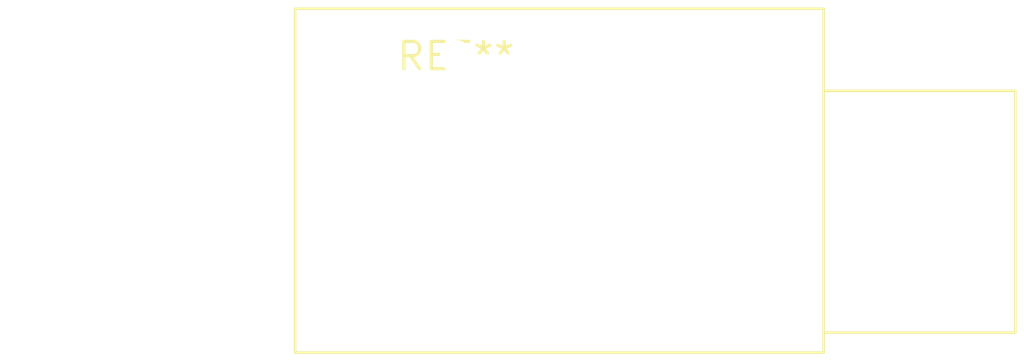
<source format=kicad_pcb>
(kicad_pcb (version 20240108) (generator pcbnew)
  (layers (0 "F.Cu" signal) (31 "B.Cu" signal) (34 "B.Paste" user) (35 "F.Paste" user) (36 "B.SilkS" user "B.Silkscreen") (37 "F.SilkS" user "F.Silkscreen") (38 "B.Mask" user) (39 "F.Mask" user) (44 "Edge.Cuts" user))
  (net 0 "")
  (footprint "Jack_6.35mm_Neutrik_NRJ6HF-1_Horizontal" (layer "F.Cu") (at 0 0)
    (property "Reference" "REF**")
    (property "Value" "Jack_6.35mm_Neutrik_NRJ6HF-1_Horizontal")
    (fp_line (start -7.47 -2.21) (end 17.07 -2.21) (layer "F.SilkS") (stroke (width 0.12)))
    (fp_line (start -7.47 13.78) (end -7.47 -2.21) (layer "F.SilkS") (stroke (width 0.12)))
    (fp_line (start -7.47 13.78) (end 17.07 13.78) (layer "F.SilkS") (stroke (width 0.12)))
    (fp_line (start 17.07 -2.21) (end 17.07 13.78) (layer "F.SilkS") (stroke (width 0.12)))
    (fp_line (start 25.97 1.61) (end 17.07 1.61) (layer "F.SilkS") (stroke (width 0.12)))
    (fp_line (start 25.97 12.85) (end 17.07 12.85) (layer "F.SilkS") (stroke (width 0.12)))
    (fp_line (start 25.97 12.85) (end 25.97 1.61) (layer "F.SilkS") (stroke (width 0.12)))
    (pad "" np_thru_hole circle (at 3.15 2.13) (size 3 3) (drill 3) (layers *.Cu *.Mask))
    (pad "" np_thru_hole circle (at 9.5 0) (size 2 2) (drill 2) (layers *.Cu *.Mask))
    (pad "" np_thru_hole circle (at 9.5 11.43) (size 2 2) (drill 2) (layers *.Cu *.Mask))
    (pad "G" thru_hole circle (at 12.7 11.43) (size 3 3) (drill 1.5) (layers *.Cu *.Mask) (remove_unused_layers))
    (pad "R" thru_hole circle (at 6.35 0) (size 3 3) (drill 1.5) (layers *.Cu *.Mask) (remove_unused_layers))
    (pad "RN" thru_hole circle (at 6.35 11.43) (size 3 3) (drill 1.5) (layers *.Cu *.Mask) (remove_unused_layers))
    (pad "S" thru_hole circle (at 12.7 0) (size 3 3) (drill 1.5) (layers *.Cu *.Mask) (remove_unused_layers))
    (pad "T" thru_hole circle (at 0 0) (size 3 3) (drill 1.5) (layers *.Cu *.Mask) (remove_unused_layers))
    (pad "TN" thru_hole circle (at 0 11.43) (size 3 3) (drill 1.5) (layers *.Cu *.Mask) (remove_unused_layers))
  )
)
</source>
